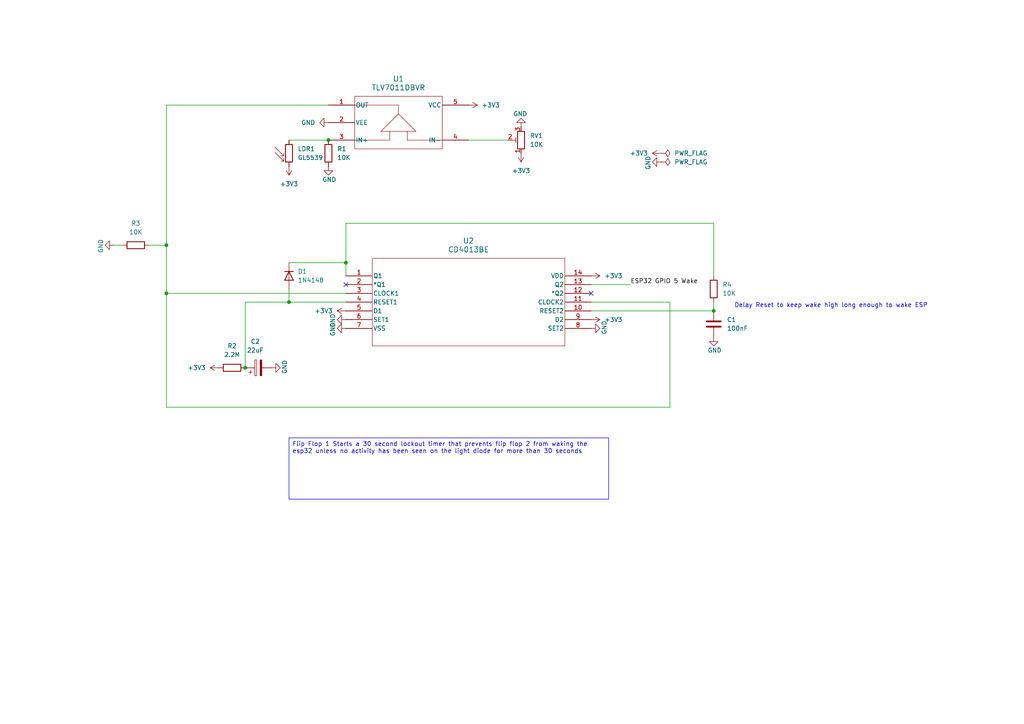
<source format=kicad_sch>
(kicad_sch (version 20250114) (generator "eeschema") (generator_version "9.0")
  (paper "A4")
  (lib_symbols
    (symbol "CD4013:CD4013BE" (pin_names (offset 0.254))
      (property "Reference" "U" (at 35.56 10.16 0))
      (property "Value" "CD4013BE" (at 35.56 7.62 0))
      (symbol "CD4013BE_0_1"
        (polyline (pts (xy 7.62 5.08) (xy 7.62 -20.32)) (stroke (width 0.127)))
        (polyline (pts (xy 7.62 -20.32) (xy 63.5 -20.32)) (stroke (width 0.127)))
        (polyline (pts (xy 63.5 5.08) (xy 7.62 5.08)) (stroke (width 0.127)))
        (polyline (pts (xy 63.5 -20.32) (xy 63.5 5.08)) (stroke (width 0.127)))
        (pin unspecified line (at 0 0 0) (length 7.62) (name "Q1") (number "1"))
        (pin unspecified line (at 0 -2.54 0) (length 7.62) (name "*Q1") (number "2"))
        (pin unspecified line (at 0 -5.08 0) (length 7.62) (name "CLOCK1") (number "3"))
        (pin unspecified line (at 0 -7.62 0) (length 7.62) (name "RESET1") (number "4"))
        (pin unspecified line (at 0 -10.16 0) (length 7.62) (name "D1") (number "5"))
        (pin unspecified line (at 0 -12.7 0) (length 7.62) (name "SET1") (number "6"))
        (pin power_in line (at 0 -15.24 0) (length 7.62) (name "VSS") (number "7"))
        (pin power_in line (at 71.12 0 180) (length 7.62) (name "VDD") (number "14"))
        (pin unspecified line (at 71.12 -2.54 180) (length 7.62) (name "Q2") (number "13"))
        (pin unspecified line (at 71.12 -5.08 180) (length 7.62) (name "*Q2") (number "12"))
        (pin unspecified line (at 71.12 -7.62 180) (length 7.62) (name "CLOCK2") (number "11"))
        (pin unspecified line (at 71.12 -10.16 180) (length 7.62) (name "RESET2") (number "10"))
        (pin unspecified line (at 71.12 -12.7 180) (length 7.62) (name "D2") (number "9"))
        (pin unspecified line (at 71.12 -15.24 180) (length 7.62) (name "SET2") (number "8"))
      )
    )
    (symbol "Device:C" (pin_numbers (hide yes)) (pin_names (offset 0.254))
      (property "Reference" "C" (at 0.635 2.54 0))
      (property "Value" "C" (at 0.635 -2.54 0))
      (symbol "C_0_1"
        (polyline (pts (xy -2.032 0.762) (xy 2.032 0.762)) (stroke (width 0.508)))
        (polyline (pts (xy -2.032 -0.762) (xy 2.032 -0.762)) (stroke (width 0.508)))
      )
      (symbol "C_1_1"
        (pin passive line (at 0 3.81 270) (length 2.794) (name "~") (number "1"))
        (pin passive line (at 0 -3.81 90) (length 2.794) (name "~") (number "2"))
      )
    )
    (symbol "Device:C_Polarized" (pin_numbers (hide yes)) (pin_names (offset 0.254))
      (property "Reference" "C" (at 0.635 2.54 0))
      (property "Value" "C_Polarized" (at 0.635 -2.54 0))
      (symbol "C_Polarized_0_1"
        (rectangle (start -2.286 0.508) (end 2.286 1.016))
        (polyline (pts (xy -1.778 2.286) (xy -0.762 2.286)))
        (polyline (pts (xy -1.27 2.794) (xy -1.27 1.778)))
        (rectangle (start 2.286 -0.508) (end -2.286 -1.016) (fill (type outline)))
      )
      (symbol "C_Polarized_1_1"
        (pin passive line (at 0 3.81 270) (length 2.794) (name "~") (number "1"))
        (pin passive line (at 0 -3.81 90) (length 2.794) (name "~") (number "2"))
      )
    )
    (symbol "Device:R" (pin_numbers (hide yes)) (pin_names (offset 0))
      (property "Reference" "R" (at 2.032 0 90))
      (property "Value" "R" (at 0 0 90))
      (symbol "R_0_1"
        (rectangle (start -1.016 -2.54) (end 1.016 2.54) (stroke (width 0.254)))
      )
      (symbol "R_1_1"
        (pin passive line (at 0 3.81 270) (length 1.27) (name "~") (number "1"))
        (pin passive line (at 0 -3.81 90) (length 1.27) (name "~") (number "2"))
      )
    )
    (symbol "Device:R_Potentiometer_Trim" (pin_names (offset 1.016) (hide yes))
      (property "Reference" "RV" (at -4.445 0 90))
      (property "Value" "R_Potentiometer_Trim" (at -2.54 0 90))
      (symbol "R_Potentiometer_Trim_0_1"
        (rectangle (start 1.016 2.54) (end -1.016 -2.54) (stroke (width 0.254)))
        (polyline (pts (xy 1.524 0.762) (xy 1.524 -0.762)))
        (polyline (pts (xy 2.54 0) (xy 1.524 0)))
      )
      (symbol "R_Potentiometer_Trim_1_1"
        (pin passive line (at 0 3.81 270) (length 1.27) (name "1") (number "1"))
        (pin passive line (at 0 -3.81 90) (length 1.27) (name "3") (number "3"))
        (pin passive line (at 3.81 0 180) (length 1.27) (name "2") (number "2"))
      )
    )
    (symbol "Diode:1N4148" (pin_numbers (hide yes)) (pin_names (hide yes))
      (property "Reference" "D" (at 0 2.54 0))
      (property "Value" "1N4148" (at 0 -2.54 0))
      (symbol "1N4148_0_1"
        (polyline (pts (xy -1.27 1.27) (xy -1.27 -1.27)) (stroke (width 0.254)))
        (polyline (pts (xy 1.27 1.27) (xy 1.27 -1.27) (xy -1.27 0) (xy 1.27 1.27)) (stroke (width 0.254)))
        (polyline (pts (xy 1.27 0) (xy -1.27 0)))
      )
      (symbol "1N4148_1_1"
        (pin passive line (at -3.81 0 0) (length 2.54) (name "K") (number "1"))
        (pin passive line (at 3.81 0 180) (length 2.54) (name "A") (number "2"))
      )
    )
    (symbol "Sensor_Optical:VT93xx" (pin_numbers (hide yes)) (pin_names (offset 0))
      (property "Reference" "R" (at -5.08 0 90))
      (property "Value" "VT93xx" (at 1.905 0 90))
      (symbol "VT93xx_0_1"
        (polyline (pts (xy -1.524 -0.762) (xy -4.064 1.778)))
        (polyline (pts (xy -1.524 -0.762) (xy -2.286 -0.762)))
        (polyline (pts (xy -1.524 -0.762) (xy -1.524 0)))
        (polyline (pts (xy -1.524 -2.286) (xy -4.064 0.254)))
        (polyline (pts (xy -1.524 -2.286) (xy -2.286 -2.286)))
        (polyline (pts (xy -1.524 -2.286) (xy -1.524 -1.524)))
        (rectangle (start -1.016 2.54) (end 1.016 -2.54) (stroke (width 0.254)))
      )
      (symbol "VT93xx_1_1"
        (pin passive line (at 0 3.81 270) (length 1.27) (name "~") (number "1"))
        (pin passive line (at 0 -3.81 90) (length 1.27) (name "~") (number "2"))
      )
    )
    (symbol "TLV7011DBVR:TLV7011DBVR" (pin_names (offset 0.254))
      (property "Reference" "U" (at 20.32 7.62 0))
      (property "Value" "TLV7011DBVR" (at 20.32 5.08 0))
      (symbol "TLV7011DBVR_0_1"
        (polyline (pts (xy 7.62 2.54) (xy 7.62 -12.7)) (stroke (width 0.127)))
        (polyline (pts (xy 7.62 0) (xy 20.32 0)) (stroke (width 0.127)))
        (polyline (pts (xy 7.62 -10.16) (xy 17.78 -10.16)) (stroke (width 0.127)))
        (polyline (pts (xy 7.62 -12.7) (xy 33.02 -12.7)) (stroke (width 0.127)))
        (polyline (pts (xy 15.24 -7.62) (xy 25.4 -7.62)) (stroke (width 0.127)))
        (polyline (pts (xy 17.78 -7.62) (xy 17.78 -10.16)) (stroke (width 0.127)))
        (polyline (pts (xy 20.32 0) (xy 20.32 -2.54)) (stroke (width 0.127)))
        (polyline (pts (xy 20.32 -2.54) (xy 15.24 -7.62)) (stroke (width 0.127)))
        (polyline (pts (xy 22.86 -10.16) (xy 22.86 -7.62)) (stroke (width 0.127)))
        (polyline (pts (xy 22.86 -10.16) (xy 33.02 -10.16)) (stroke (width 0.127)))
        (polyline (pts (xy 25.4 -7.62) (xy 20.32 -2.54)) (stroke (width 0.127)))
        (polyline (pts (xy 33.02 2.54) (xy 7.62 2.54)) (stroke (width 0.127)))
        (polyline (pts (xy 33.02 -12.7) (xy 33.02 2.54)) (stroke (width 0.127)))
        (pin output line (at 0 0 0) (length 7.62) (name "OUT") (number "1"))
        (pin power_in line (at 0 -5.08 0) (length 7.62) (name "VEE") (number "2"))
        (pin input line (at 0 -10.16 0) (length 7.62) (name "IN+") (number "3"))
        (pin power_in line (at 40.64 0 180) (length 7.62) (name "VCC") (number "5"))
        (pin input line (at 40.64 -10.16 180) (length 7.62) (name "IN-") (number "4"))
      )
    )
    (symbol "power:+3V3" (power) (pin_numbers (hide yes)) (pin_names (offset 0) (hide yes))
      (property "Value" "+3V3" (at 0 3.556 0))
      (symbol "+3V3_0_1"
        (polyline (pts (xy -0.762 1.27) (xy 0 2.54)))
        (polyline (pts (xy 0 2.54) (xy 0.762 1.27)))
        (polyline (pts (xy 0 0) (xy 0 2.54)))
      )
      (symbol "+3V3_1_1"
        (pin power_in line (at 0 0 90) (length 0) (name "~") (number "1"))
      )
    )
    (symbol "power:GND" (power) (pin_numbers (hide yes)) (pin_names (offset 0) (hide yes))
      (property "Value" "GND" (at 0 -3.81 0))
      (symbol "GND_0_1"
        (polyline (pts (xy 0 0) (xy 0 -1.27) (xy 1.27 -1.27) (xy 0 -2.54) (xy -1.27 -1.27) (xy 0 -1.27)))
      )
      (symbol "GND_1_1"
        (pin power_in line (at 0 0 270) (length 0) (name "~") (number "1"))
      )
    )
    (symbol "power:PWR_FLAG" (power) (pin_numbers (hide yes)) (pin_names (offset 0) (hide yes))
      (property "Value" "PWR_FLAG" (at 0 3.81 0))
      (symbol "PWR_FLAG_0_0"
        (pin power_out line (at 0 0 90) (length 0) (name "~") (number "1"))
      )
      (symbol "PWR_FLAG_0_1"
        (polyline (pts (xy 0 0) (xy 0 1.27) (xy -1.016 1.905) (xy 0 2.54) (xy 1.016 1.905) (xy 0 1.27)))
      )
    )
  )
  (text "Delay Reset to keep wake high long enough to wake ESP\n" (at 241.046 88.646 0) (effects (font (size 1.27 1.27))))
  (text_box "Flip Flop 1 Starts a 30 second lockout timer that prevents flip flop 2 from waking the esp32 unless no activity has been seen on the light diode for more than 30 seconds\n" (at 83.82 127 0) (size 92.71 17.78) (margins 0.9525 0.9525 0.9525 0.9525) (effects (font (size 1.27 1.27)) (justify left top)))
  (junction (at 207.01 90.17))
  (junction (at 48.26 85.09))
  (junction (at 48.26 71.12))
  (junction (at 100.33 76.2))
  (junction (at 71.12 106.68))
  (junction (at 83.82 87.63))
  (junction (at 95.25 40.64))
  (no_connect (at 100.33 82.55))
  (no_connect (at 171.45 85.09))
  (wire (pts (xy 171.45 82.55) (xy 182.88 82.55)))
  (wire (pts (xy 71.12 87.63) (xy 83.82 87.63)))
  (wire (pts (xy 194.31 87.63) (xy 194.31 118.11)))
  (wire (pts (xy 48.26 30.48) (xy 95.25 30.48)))
  (wire (pts (xy 207.01 80.01) (xy 207.01 64.77)))
  (wire (pts (xy 43.18 71.12) (xy 48.26 71.12)))
  (wire (pts (xy 171.45 90.17) (xy 207.01 90.17)))
  (wire (pts (xy 207.01 90.17) (xy 207.01 87.63)))
  (wire (pts (xy 194.31 118.11) (xy 48.26 118.11)))
  (wire (pts (xy 48.26 85.09) (xy 48.26 71.12)))
  (wire (pts (xy 83.82 87.63) (xy 100.33 87.63)))
  (wire (pts (xy 48.26 85.09) (xy 100.33 85.09)))
  (wire (pts (xy 207.01 64.77) (xy 100.33 64.77)))
  (wire (pts (xy 83.82 76.2) (xy 100.33 76.2)))
  (wire (pts (xy 100.33 80.01) (xy 100.33 76.2)))
  (wire (pts (xy 71.12 87.63) (xy 71.12 106.68)))
  (wire (pts (xy 83.82 83.82) (xy 83.82 87.63)))
  (wire (pts (xy 33.02 71.12) (xy 35.56 71.12)))
  (wire (pts (xy 171.45 87.63) (xy 194.31 87.63)))
  (wire (pts (xy 100.33 76.2) (xy 100.33 64.77)))
  (wire (pts (xy 147.32 40.64) (xy 135.89 40.64)))
  (wire (pts (xy 48.26 30.48) (xy 48.26 71.12)))
  (wire (pts (xy 48.26 85.09) (xy 48.26 118.11)))
  (wire (pts (xy 83.82 40.64) (xy 95.25 40.64)))
  (label "ESP32 GPIO 5 Wake" (at 182.88 82.55 0))
  (symbol (lib_id "Device:R_Potentiometer_Trim") (at 151.13 40.64 180) (unit 1)
    (property "Reference" "RV1" (at 153.67 39.3699 0) (effects (justify right)))
    (property "Value" "10K" (at 153.67 41.9099 0) (effects (justify right)))
    (property "Footprint" "Potentiometer_THT:Potentiometer_Bourns_3386W_Horizontal" (effects (hide yes)))
    (property "Description" "Trim-potentiometer" (effects (hide yes)))
  )
  (symbol (lib_id "CD4013:CD4013BE") (at 100.33 80.01 0) (unit 1)
    (property "Reference" "U2" (at 135.89 69.85 0) (effects (font (size 1.524 1.524))))
    (property "Value" "CD4013BE" (at 135.89 72.39 0) (effects (font (size 1.524 1.524))))
    (property "Footprint" "N14" (effects (hide yes)))
    (property "Datasheet" "CD4013BE" (effects (hide yes)))
  )
  (symbol (lib_id "TLV7011DBVR:TLV7011DBVR") (at 95.25 30.48 0) (unit 1)
    (property "Reference" "U1" (at 115.57 22.86 0) (effects (font (size 1.524 1.524))))
    (property "Value" "TLV7011DBVR" (at 115.57 25.4 0) (effects (font (size 1.524 1.524))))
    (property "Footprint" "TLV7011DBVR:SOT_1DBVR_TEX" (effects (hide yes)))
    (property "Datasheet" "TLV7011DBVR" (effects (hide yes)))
  )
  (symbol (lib_id "power:GND") (at 95.25 48.26 0) (unit 1)
    (property "Reference" "#PWR05" (effects (hide yes)))
    (property "Value" "GND" (at 95.504 52.07 0))
    (property "Description" "Power symbol creates a global label with name \"GND\" , ground" (effects (hide yes)))
  )
  (symbol (lib_id "power:GND") (at 151.13 36.83 180) (unit 1)
    (property "Reference" "#PWR04" (effects (hide yes)))
    (property "Value" "GND" (at 150.876 33.02 0))
    (property "Description" "Power symbol creates a global label with name \"GND\" , ground" (effects (hide yes)))
  )
  (symbol (lib_id "Diode:1N4148") (at 83.82 80.01 270) (unit 1)
    (property "Reference" "D1" (at 86.36 78.7399 90) (effects (justify left)))
    (property "Value" "1N4148" (at 86.36 81.2799 90) (effects (justify left)))
    (property "Footprint" "Diode_THT:D_DO-35_SOD27_P7.62mm_Horizontal" (effects (hide yes)))
    (property "Datasheet" "https://assets.nexperia.com/documents/data-sheet/1N4148_1N4448.pdf" (effects (hide yes)))
    (property "Description" "100V 0.15A standard switching diode, DO-35" (effects (hide yes)))
    (property "Sim.Device" "D" (effects (hide yes)))
    (property "Sim.Pins" "1=K 2=A" (effects (hide yes)))
  )
  (symbol (lib_id "Device:R") (at 67.31 106.68 270) (unit 1)
    (property "Reference" "R2" (at 67.31 100.33 90))
    (property "Value" "2.2M" (at 67.31 102.87 90))
    (property "Description" "Resistor" (effects (hide yes)))
  )
  (symbol (lib_id "power:GND") (at 78.74 106.68 90) (unit 1)
    (property "Reference" "#PWR013" (effects (hide yes)))
    (property "Value" "GND" (at 82.55 106.426 0))
    (property "Description" "Power symbol creates a global label with name \"GND\" , ground" (effects (hide yes)))
  )
  (symbol (lib_id "power:GND") (at 171.45 95.25 90) (unit 1)
    (property "Reference" "#PWR014" (effects (hide yes)))
    (property "Value" "GND" (at 175.26 94.996 0))
    (property "Description" "Power symbol creates a global label with name \"GND\" , ground" (effects (hide yes)))
  )
  (symbol (lib_id "power:GND") (at 33.02 71.12 270) (unit 1)
    (property "Reference" "#PWR010" (effects (hide yes)))
    (property "Value" "GND" (at 29.21 71.374 0))
    (property "Description" "Power symbol creates a global label with name \"GND\" , ground" (effects (hide yes)))
  )
  (symbol (lib_id "Sensor_Optical:VT93xx") (at 83.82 44.45 0) (unit 1)
    (property "Reference" "LDR1" (at 86.36 43.1799 0) (effects (justify left)))
    (property "Value" "GL5539" (at 86.36 45.7199 0) (effects (justify left)))
    (property "Footprint" "OptoDevice:R_LDR_4.9x4.2mm_P2.54mm_Vertical" (effects (hide yes)))
    (property "Datasheet" "https://docs.pedalpcb.com/datasheet/GL55.pdf" (effects (hide yes)))
    (property "Description" "light dependent resistor" (effects (hide yes)))
  )
  (symbol (lib_id "power:GND") (at 191.77 46.99 270) (unit 1)
    (property "Reference" "#PWR07" (effects (hide yes)))
    (property "Value" "GND" (at 187.96 47.244 0))
    (property "Description" "Power symbol creates a global label with name \"GND\" , ground" (effects (hide yes)))
  )
  (symbol (lib_id "power:+3V3") (at 171.45 92.71 270) (unit 1)
    (property "Reference" "#PWR022" (effects (hide yes)))
    (property "Value" "+3V3" (at 175.26 92.7099 90) (effects (justify left)))
    (property "Description" "Power symbol creates a global label with name \"+3V3\"" (effects (hide yes)))
  )
  (symbol (lib_id "power:+3V3") (at 171.45 80.01 270) (unit 1)
    (property "Reference" "#PWR08" (effects (hide yes)))
    (property "Value" "+3V3" (at 175.26 80.0099 90) (effects (justify left)))
    (property "Description" "Power symbol creates a global label with name \"+3V3\"" (effects (hide yes)))
  )
  (symbol (lib_id "Device:C_Polarized") (at 74.93 106.68 90) (unit 1)
    (property "Reference" "C2" (at 74.041 99.06 90))
    (property "Value" "22uF" (at 74.041 101.6 90))
    (property "Description" "Polarized capacitor" (effects (hide yes)))
  )
  (symbol (lib_id "power:PWR_FLAG") (at 191.77 44.45 270) (unit 1)
    (property "Reference" "#FLG01" (effects (hide yes)))
    (property "Value" "PWR_FLAG" (at 195.58 44.4499 90) (effects (justify left)))
    (property "Description" "Special symbol for telling ERC where power comes from" (effects (hide yes)))
  )
  (symbol (lib_id "power:GND") (at 207.01 97.79 0) (unit 1)
    (property "Reference" "#PWR021" (effects (hide yes)))
    (property "Value" "GND" (at 207.264 101.6 0))
    (property "Description" "Power symbol creates a global label with name \"GND\" , ground" (effects (hide yes)))
  )
  (symbol (lib_id "power:GND") (at 95.25 35.56 270) (unit 1)
    (property "Reference" "#PWR01" (effects (hide yes)))
    (property "Value" "GND" (at 91.44 35.5599 90) (effects (justify right)))
    (property "Description" "Power symbol creates a global label with name \"GND\" , ground" (effects (hide yes)))
  )
  (symbol (lib_id "power:+3V3") (at 63.5 106.68 90) (unit 1)
    (property "Reference" "#PWR012" (effects (hide yes)))
    (property "Value" "+3V3" (at 59.69 106.6799 90) (effects (justify left)))
    (property "Description" "Power symbol creates a global label with name \"+3V3\"" (effects (hide yes)))
  )
  (symbol (lib_id "Device:R") (at 207.01 83.82 180) (unit 1)
    (property "Reference" "R4" (at 209.55 82.5499 0) (effects (justify right)))
    (property "Value" "10K" (at 209.55 85.0899 0) (effects (justify right)))
    (property "Description" "Resistor" (effects (hide yes)))
  )
  (symbol (lib_id "power:+3V3") (at 135.89 30.48 270) (unit 1)
    (property "Reference" "#PWR02" (effects (hide yes)))
    (property "Value" "+3V3" (at 139.7 30.4799 90) (effects (justify left)))
    (property "Description" "Power symbol creates a global label with name \"+3V3\"" (effects (hide yes)))
  )
  (symbol (lib_id "power:+3V3") (at 151.13 44.45 180) (unit 1)
    (property "Reference" "#PWR03" (effects (hide yes)))
    (property "Value" "+3V3" (at 151.13 49.53 0))
    (property "Description" "Power symbol creates a global label with name \"+3V3\"" (effects (hide yes)))
  )
  (symbol (lib_id "power:+3V3") (at 83.82 48.26 180) (unit 1)
    (property "Reference" "#PWR020" (effects (hide yes)))
    (property "Value" "+3V3" (at 83.82 53.34 0))
    (property "Description" "Power symbol creates a global label with name \"+3V3\"" (effects (hide yes)))
  )
  (symbol (lib_id "Device:R") (at 95.25 44.45 180) (unit 1)
    (property "Reference" "R1" (at 97.79 43.1799 0) (effects (justify right)))
    (property "Value" "10K" (at 97.79 45.7199 0) (effects (justify right)))
    (property "Footprint" "Resistor_THT:R_Axial_DIN0207_L6.3mm_D2.5mm_P5.08mm_Vertical" (effects (hide yes)))
    (property "Description" "Resistor" (effects (hide yes)))
  )
  (symbol (lib_id "Device:R") (at 39.37 71.12 270) (unit 1)
    (property "Reference" "R3" (at 39.37 64.77 90))
    (property "Value" "10K" (at 39.37 67.31 90))
    (property "Description" "Resistor" (effects (hide yes)))
  )
  (symbol (lib_id "power:GND") (at 100.33 92.71 270) (unit 1)
    (property "Reference" "#PWR017" (effects (hide yes)))
    (property "Value" "GND" (at 96.52 92.964 0))
    (property "Description" "Power symbol creates a global label with name \"GND\" , ground" (effects (hide yes)))
  )
  (symbol (lib_id "Device:C") (at 207.01 93.98 0) (unit 1)
    (property "Reference" "C1" (at 210.82 92.7099 0) (effects (justify left)))
    (property "Value" "100nF" (at 210.82 95.2499 0) (effects (justify left)))
    (property "Description" "Unpolarized capacitor" (effects (hide yes)))
  )
  (symbol (lib_id "power:+3V3") (at 191.77 44.45 90) (unit 1)
    (property "Reference" "#PWR06" (effects (hide yes)))
    (property "Value" "+3V3" (at 187.96 44.4499 90) (effects (justify left)))
    (property "Description" "Power symbol creates a global label with name \"+3V3\"" (effects (hide yes)))
  )
  (symbol (lib_id "power:GND") (at 100.33 95.25 270) (unit 1)
    (property "Reference" "#PWR09" (effects (hide yes)))
    (property "Value" "GND" (at 96.52 95.504 0))
    (property "Description" "Power symbol creates a global label with name \"GND\" , ground" (effects (hide yes)))
  )
  (symbol (lib_id "power:+3V3") (at 100.33 90.17 90) (unit 1)
    (property "Reference" "#PWR011" (effects (hide yes)))
    (property "Value" "+3V3" (at 96.52 90.1699 90) (effects (justify left)))
    (property "Description" "Power symbol creates a global label with name \"+3V3\"" (effects (hide yes)))
  )
  (symbol (lib_id "power:PWR_FLAG") (at 191.77 46.99 270) (unit 1)
    (property "Reference" "#FLG02" (effects (hide yes)))
    (property "Value" "PWR_FLAG" (at 195.58 46.9899 90) (effects (justify left)))
    (property "Description" "Special symbol for telling ERC where power comes from" (effects (hide yes)))
  )
)
</source>
